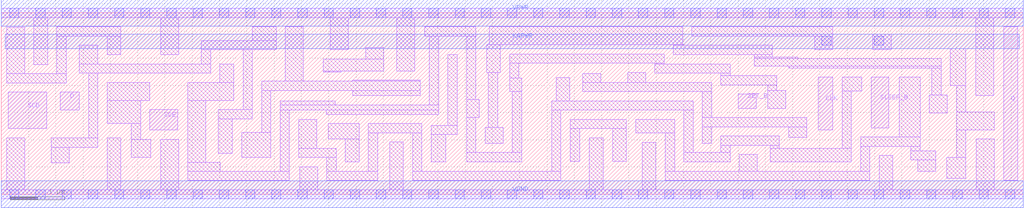
<source format=lef>
# Copyright 2020 The SkyWater PDK Authors
#
# Licensed under the Apache License, Version 2.0 (the "License");
# you may not use this file except in compliance with the License.
# You may obtain a copy of the License at
#
#     https://www.apache.org/licenses/LICENSE-2.0
#
# Unless required by applicable law or agreed to in writing, software
# distributed under the License is distributed on an "AS IS" BASIS,
# WITHOUT WARRANTIES OR CONDITIONS OF ANY KIND, either express or implied.
# See the License for the specific language governing permissions and
# limitations under the License.
#
# SPDX-License-Identifier: Apache-2.0

VERSION 5.7 ;
  NOWIREEXTENSIONATPIN ON ;
  DIVIDERCHAR "/" ;
  BUSBITCHARS "[]" ;
UNITS
  DATABASE MICRONS 200 ;
END UNITS
MACRO sky130_fd_sc_lp__srsdfstp_1
  CLASS CORE ;
  FOREIGN sky130_fd_sc_lp__srsdfstp_1 ;
  ORIGIN  0.000000  0.000000 ;
  SIZE  18.72000 BY  3.330000 ;
  SYMMETRY X Y R90 ;
  SITE unit ;
  PIN D
    ANTENNAGATEAREA  0.159000 ;
    DIRECTION INPUT ;
    USE SIGNAL ;
    PORT
      LAYER li1 ;
        RECT 1.085000 1.545000 1.430000 1.875000 ;
    END
  END D
  PIN Q
    ANTENNADIFFAREA  0.573300 ;
    DIRECTION OUTPUT ;
    USE SIGNAL ;
    PORT
      LAYER li1 ;
        RECT 18.365000 0.255000 18.620000 3.075000 ;
    END
  END Q
  PIN SCD
    ANTENNAGATEAREA  0.159000 ;
    DIRECTION INPUT ;
    USE SIGNAL ;
    PORT
      LAYER li1 ;
        RECT 0.125000 1.205000 0.835000 1.875000 ;
    END
  END SCD
  PIN SCE
    ANTENNAGATEAREA  0.318000 ;
    DIRECTION INPUT ;
    USE SIGNAL ;
    PORT
      LAYER li1 ;
        RECT 2.725000 1.180000 3.235000 1.555000 ;
    END
  END SCE
  PIN SET_B
    ANTENNAGATEAREA  0.439000 ;
    DIRECTION INPUT ;
    USE SIGNAL ;
    PORT
      LAYER li1 ;
        RECT 13.500000 1.580000 13.830000 1.840000 ;
    END
  END SET_B
  PIN SLEEP_B
    ANTENNAGATEAREA  0.598000 ;
    DIRECTION INPUT ;
    USE SIGNAL ;
    PORT
      LAYER li1 ;
        RECT 15.935000 1.220000 16.260000 2.150000 ;
    END
  END SLEEP_B
  PIN CLK
    ANTENNAGATEAREA  0.159000 ;
    DIRECTION INPUT ;
    USE CLOCK ;
    PORT
      LAYER li1 ;
        RECT 14.965000 1.180000 15.235000 2.150000 ;
    END
  END CLK
  PIN KAPWR
    DIRECTION INOUT ;
    USE POWER ;
    PORT
      LAYER met1 ;
        RECT 0.070000 2.675000 18.650000 2.945000 ;
    END
  END KAPWR
  PIN VGND
    DIRECTION INOUT ;
    USE GROUND ;
    PORT
      LAYER met1 ;
        RECT 0.000000 -0.245000 18.720000 0.245000 ;
    END
  END VGND
  PIN VPWR
    DIRECTION INOUT ;
    USE POWER ;
    PORT
      LAYER met1 ;
        RECT 0.000000 3.085000 18.720000 3.575000 ;
    END
  END VPWR
  OBS
    LAYER li1 ;
      RECT  0.000000 -0.085000 18.720000 0.085000 ;
      RECT  0.000000  3.245000 18.720000 3.415000 ;
      RECT  0.100000  0.085000  0.430000 1.035000 ;
      RECT  0.100000  2.045000  1.190000 2.215000 ;
      RECT  0.100000  2.215000  0.430000 3.065000 ;
      RECT  0.600000  2.385000  0.850000 3.245000 ;
      RECT  0.920000  0.575000  1.250000 0.865000 ;
      RECT  0.920000  0.865000  1.770000 1.035000 ;
      RECT  1.020000  2.215000  1.190000 2.905000 ;
      RECT  1.020000  2.905000  2.190000 3.075000 ;
      RECT  1.430000  2.225000  3.835000 2.395000 ;
      RECT  1.430000  2.395000  1.770000 2.735000 ;
      RECT  1.600000  1.035000  1.770000 2.225000 ;
      RECT  1.940000  0.085000  2.190000 1.035000 ;
      RECT  1.940000  1.305000  2.555000 1.725000 ;
      RECT  1.940000  1.725000  2.720000 2.055000 ;
      RECT  1.940000  2.565000  2.190000 2.905000 ;
      RECT  2.385000  0.675000  2.740000 1.010000 ;
      RECT  2.385000  1.010000  2.555000 1.305000 ;
      RECT  2.920000  0.085000  3.250000 1.010000 ;
      RECT  2.920000  2.565000  3.250000 3.245000 ;
      RECT  3.420000  0.255000  5.280000 0.425000 ;
      RECT  3.420000  0.425000  4.015000 0.585000 ;
      RECT  3.420000  0.585000  3.750000 1.725000 ;
      RECT  3.420000  1.725000  4.260000 2.055000 ;
      RECT  3.665000  2.395000  3.835000 2.655000 ;
      RECT  3.665000  2.655000  5.035000 2.825000 ;
      RECT  3.980000  0.755000  4.230000 1.385000 ;
      RECT  3.980000  1.385000  4.600000 1.555000 ;
      RECT  4.005000  2.055000  4.260000 2.395000 ;
      RECT  4.410000  0.675000  4.940000 1.135000 ;
      RECT  4.430000  1.555000  4.600000 2.655000 ;
      RECT  4.600000  2.825000  5.035000 3.075000 ;
      RECT  4.770000  1.135000  4.940000 1.905000 ;
      RECT  4.770000  1.905000  7.675000 2.075000 ;
      RECT  5.110000  0.425000  5.280000 1.545000 ;
      RECT  5.110000  1.545000  8.015000 1.640000 ;
      RECT  5.110000  1.640000  6.120000 1.715000 ;
      RECT  5.205000  2.075000  5.535000 3.075000 ;
      RECT  5.450000  0.675000  6.135000 0.845000 ;
      RECT  5.450000  0.845000  5.780000 1.375000 ;
      RECT  5.465000  0.085000  5.795000 0.505000 ;
      RECT  5.900000  2.245000  6.230000 2.265000 ;
      RECT  5.900000  2.265000  7.010000 2.485000 ;
      RECT  5.950000  1.470000  8.015000 1.545000 ;
      RECT  5.965000  0.255000  6.895000 0.425000 ;
      RECT  5.965000  0.425000  6.135000 0.675000 ;
      RECT  5.990000  1.015000  6.555000 1.300000 ;
      RECT  6.025000  2.655000  6.355000 3.245000 ;
      RECT  6.305000  0.595000  6.555000 1.015000 ;
      RECT  6.440000  1.810000  7.675000 1.905000 ;
      RECT  6.440000  2.075000  7.675000 2.095000 ;
      RECT  6.680000  2.485000  7.010000 2.695000 ;
      RECT  6.725000  0.425000  6.895000 1.130000 ;
      RECT  6.725000  1.130000  7.705000 1.300000 ;
      RECT  7.115000  0.085000  7.365000 0.960000 ;
      RECT  7.250000  2.265000  7.580000 3.245000 ;
      RECT  7.535000  0.255000 10.255000 0.425000 ;
      RECT  7.535000  0.425000  7.705000 1.130000 ;
      RECT  7.755000  2.905000  8.695000 3.075000 ;
      RECT  7.845000  1.640000  8.015000 2.905000 ;
      RECT  7.875000  0.595000  8.145000 1.095000 ;
      RECT  7.875000  1.095000  8.355000 1.265000 ;
      RECT  8.185000  1.265000  8.355000 2.565000 ;
      RECT  8.525000  0.595000  9.535000 0.765000 ;
      RECT  8.525000  0.765000  8.695000 1.410000 ;
      RECT  8.525000  1.410000  8.755000 1.740000 ;
      RECT  8.525000  1.740000  8.695000 2.905000 ;
      RECT  8.865000  0.935000  9.195000 1.225000 ;
      RECT  8.895000  2.235000  9.145000 2.745000 ;
      RECT  8.925000  1.225000  9.095000 2.235000 ;
      RECT  8.940000  2.745000 12.485000 3.075000 ;
      RECT  9.315000  1.885000  9.535000 2.135000 ;
      RECT  9.315000  2.135000  9.485000 2.405000 ;
      RECT  9.315000  2.405000 12.145000 2.575000 ;
      RECT  9.365000  0.765000  9.535000 1.885000 ;
      RECT 10.085000  0.425000 10.255000 1.545000 ;
      RECT 10.085000  1.545000 12.675000 1.715000 ;
      RECT 10.165000  1.715000 10.415000 2.145000 ;
      RECT 10.425000  0.605000 10.595000 1.205000 ;
      RECT 10.425000  1.205000 11.455000 1.375000 ;
      RECT 10.655000  1.885000 13.015000 2.055000 ;
      RECT 10.655000  2.055000 10.985000 2.215000 ;
      RECT 10.775000  0.085000 11.025000 1.035000 ;
      RECT 11.205000  0.605000 11.455000 1.205000 ;
      RECT 11.475000  2.055000 11.805000 2.235000 ;
      RECT 11.625000  1.125000 12.335000 1.375000 ;
      RECT 11.745000  0.085000 11.995000 0.955000 ;
      RECT 11.975000  2.225000 13.355000 2.395000 ;
      RECT 11.975000  2.395000 12.145000 2.405000 ;
      RECT 12.165000  0.255000 15.915000 0.425000 ;
      RECT 12.165000  0.425000 12.335000 1.125000 ;
      RECT 12.315000  2.565000 14.130000 2.735000 ;
      RECT 12.315000  2.735000 12.485000 2.745000 ;
      RECT 12.505000  0.595000 13.355000 0.765000 ;
      RECT 12.505000  0.765000 12.675000 1.545000 ;
      RECT 12.655000  2.905000 15.235000 3.075000 ;
      RECT 12.845000  0.935000 13.015000 1.240000 ;
      RECT 12.845000  1.240000 14.755000 1.410000 ;
      RECT 12.845000  1.410000 13.015000 1.885000 ;
      RECT 13.185000  0.765000 13.355000 0.900000 ;
      RECT 13.185000  0.900000 14.255000 1.070000 ;
      RECT 13.185000  2.010000 14.210000 2.180000 ;
      RECT 13.185000  2.180000 13.355000 2.225000 ;
      RECT 13.525000  0.425000 13.855000 0.730000 ;
      RECT 13.800000  2.350000 17.220000 2.490000 ;
      RECT 13.800000  2.490000 14.595000 2.520000 ;
      RECT 13.800000  2.520000 14.130000 2.565000 ;
      RECT 14.040000  1.580000 14.370000 1.910000 ;
      RECT 14.040000  1.910000 14.210000 2.010000 ;
      RECT 14.085000  0.595000 15.575000 0.845000 ;
      RECT 14.085000  0.845000 14.255000 0.900000 ;
      RECT 14.425000  1.040000 14.755000 1.240000 ;
      RECT 14.425000  2.320000 17.220000 2.350000 ;
      RECT 14.905000  2.660000 15.235000 2.905000 ;
      RECT 15.405000  0.845000 15.575000 1.900000 ;
      RECT 15.405000  1.900000 15.765000 2.150000 ;
      RECT 15.745000  0.425000 15.915000 0.880000 ;
      RECT 15.745000  0.880000 16.835000 1.050000 ;
      RECT 15.965000  2.660000 16.305000 2.940000 ;
      RECT 16.085000  0.085000 16.335000 0.710000 ;
      RECT 16.455000  1.050000 16.835000 2.150000 ;
      RECT 16.665000  0.630000 17.125000 0.800000 ;
      RECT 16.665000  0.800000 16.835000 0.880000 ;
      RECT 16.795000  0.420000 17.125000 0.630000 ;
      RECT 17.005000  1.495000 17.335000 1.825000 ;
      RECT 17.050000  1.825000 17.220000 2.320000 ;
      RECT 17.325000  0.295000 17.675000 0.675000 ;
      RECT 17.390000  1.995000 17.675000 2.675000 ;
      RECT 17.505000  0.675000 17.675000 1.185000 ;
      RECT 17.505000  1.185000 18.195000 1.515000 ;
      RECT 17.505000  1.515000 17.675000 1.995000 ;
      RECT 17.855000  1.815000 18.185000 3.245000 ;
      RECT 17.860000  0.085000 18.190000 1.015000 ;
    LAYER mcon ;
      RECT  0.155000 -0.085000  0.325000 0.085000 ;
      RECT  0.155000  3.245000  0.325000 3.415000 ;
      RECT  0.635000 -0.085000  0.805000 0.085000 ;
      RECT  0.635000  3.245000  0.805000 3.415000 ;
      RECT  1.115000 -0.085000  1.285000 0.085000 ;
      RECT  1.115000  3.245000  1.285000 3.415000 ;
      RECT  1.595000 -0.085000  1.765000 0.085000 ;
      RECT  1.595000  3.245000  1.765000 3.415000 ;
      RECT  2.075000 -0.085000  2.245000 0.085000 ;
      RECT  2.075000  3.245000  2.245000 3.415000 ;
      RECT  2.555000 -0.085000  2.725000 0.085000 ;
      RECT  2.555000  3.245000  2.725000 3.415000 ;
      RECT  3.035000 -0.085000  3.205000 0.085000 ;
      RECT  3.035000  3.245000  3.205000 3.415000 ;
      RECT  3.515000 -0.085000  3.685000 0.085000 ;
      RECT  3.515000  3.245000  3.685000 3.415000 ;
      RECT  3.995000 -0.085000  4.165000 0.085000 ;
      RECT  3.995000  3.245000  4.165000 3.415000 ;
      RECT  4.475000 -0.085000  4.645000 0.085000 ;
      RECT  4.475000  3.245000  4.645000 3.415000 ;
      RECT  4.955000 -0.085000  5.125000 0.085000 ;
      RECT  4.955000  3.245000  5.125000 3.415000 ;
      RECT  5.435000 -0.085000  5.605000 0.085000 ;
      RECT  5.435000  3.245000  5.605000 3.415000 ;
      RECT  5.915000 -0.085000  6.085000 0.085000 ;
      RECT  5.915000  3.245000  6.085000 3.415000 ;
      RECT  6.395000 -0.085000  6.565000 0.085000 ;
      RECT  6.395000  3.245000  6.565000 3.415000 ;
      RECT  6.875000 -0.085000  7.045000 0.085000 ;
      RECT  6.875000  3.245000  7.045000 3.415000 ;
      RECT  7.355000 -0.085000  7.525000 0.085000 ;
      RECT  7.355000  3.245000  7.525000 3.415000 ;
      RECT  7.835000 -0.085000  8.005000 0.085000 ;
      RECT  7.835000  3.245000  8.005000 3.415000 ;
      RECT  8.315000 -0.085000  8.485000 0.085000 ;
      RECT  8.315000  3.245000  8.485000 3.415000 ;
      RECT  8.795000 -0.085000  8.965000 0.085000 ;
      RECT  8.795000  3.245000  8.965000 3.415000 ;
      RECT  9.275000 -0.085000  9.445000 0.085000 ;
      RECT  9.275000  3.245000  9.445000 3.415000 ;
      RECT  9.755000 -0.085000  9.925000 0.085000 ;
      RECT  9.755000  3.245000  9.925000 3.415000 ;
      RECT 10.235000 -0.085000 10.405000 0.085000 ;
      RECT 10.235000  3.245000 10.405000 3.415000 ;
      RECT 10.715000 -0.085000 10.885000 0.085000 ;
      RECT 10.715000  3.245000 10.885000 3.415000 ;
      RECT 11.195000 -0.085000 11.365000 0.085000 ;
      RECT 11.195000  3.245000 11.365000 3.415000 ;
      RECT 11.675000 -0.085000 11.845000 0.085000 ;
      RECT 11.675000  3.245000 11.845000 3.415000 ;
      RECT 12.155000 -0.085000 12.325000 0.085000 ;
      RECT 12.155000  3.245000 12.325000 3.415000 ;
      RECT 12.635000 -0.085000 12.805000 0.085000 ;
      RECT 12.635000  3.245000 12.805000 3.415000 ;
      RECT 13.115000 -0.085000 13.285000 0.085000 ;
      RECT 13.115000  3.245000 13.285000 3.415000 ;
      RECT 13.595000 -0.085000 13.765000 0.085000 ;
      RECT 13.595000  3.245000 13.765000 3.415000 ;
      RECT 14.075000 -0.085000 14.245000 0.085000 ;
      RECT 14.075000  3.245000 14.245000 3.415000 ;
      RECT 14.555000 -0.085000 14.725000 0.085000 ;
      RECT 14.555000  3.245000 14.725000 3.415000 ;
      RECT 15.035000 -0.085000 15.205000 0.085000 ;
      RECT 15.035000  2.735000 15.205000 2.905000 ;
      RECT 15.035000  3.245000 15.205000 3.415000 ;
      RECT 15.515000 -0.085000 15.685000 0.085000 ;
      RECT 15.515000  3.245000 15.685000 3.415000 ;
      RECT 15.995000 -0.085000 16.165000 0.085000 ;
      RECT 15.995000  2.735000 16.165000 2.905000 ;
      RECT 15.995000  3.245000 16.165000 3.415000 ;
      RECT 16.475000 -0.085000 16.645000 0.085000 ;
      RECT 16.475000  3.245000 16.645000 3.415000 ;
      RECT 16.955000 -0.085000 17.125000 0.085000 ;
      RECT 16.955000  3.245000 17.125000 3.415000 ;
      RECT 17.435000 -0.085000 17.605000 0.085000 ;
      RECT 17.435000  3.245000 17.605000 3.415000 ;
      RECT 17.915000 -0.085000 18.085000 0.085000 ;
      RECT 17.915000  3.245000 18.085000 3.415000 ;
      RECT 18.395000 -0.085000 18.565000 0.085000 ;
      RECT 18.395000  3.245000 18.565000 3.415000 ;
  END
END sky130_fd_sc_lp__srsdfstp_1
END LIBRARY

</source>
